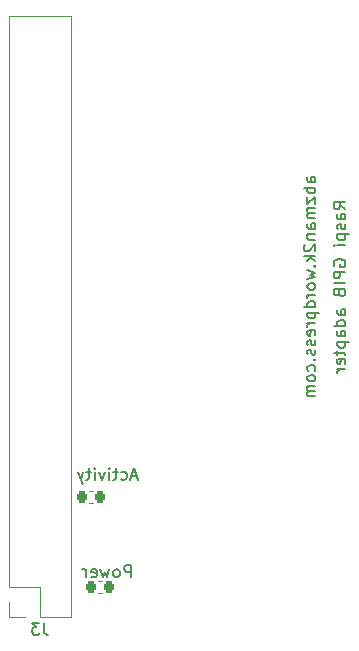
<source format=gbo>
%TF.GenerationSoftware,KiCad,Pcbnew,(6.0.0)*%
%TF.CreationDate,2022-08-18T22:07:18-04:00*%
%TF.ProjectId,gpib breakout,67706962-2062-4726-9561-6b6f75742e6b,rev?*%
%TF.SameCoordinates,Original*%
%TF.FileFunction,Legend,Bot*%
%TF.FilePolarity,Positive*%
%FSLAX46Y46*%
G04 Gerber Fmt 4.6, Leading zero omitted, Abs format (unit mm)*
G04 Created by KiCad (PCBNEW (6.0.0)) date 2022-08-18 22:07:18*
%MOMM*%
%LPD*%
G01*
G04 APERTURE LIST*
G04 Aperture macros list*
%AMRoundRect*
0 Rectangle with rounded corners*
0 $1 Rounding radius*
0 $2 $3 $4 $5 $6 $7 $8 $9 X,Y pos of 4 corners*
0 Add a 4 corners polygon primitive as box body*
4,1,4,$2,$3,$4,$5,$6,$7,$8,$9,$2,$3,0*
0 Add four circle primitives for the rounded corners*
1,1,$1+$1,$2,$3*
1,1,$1+$1,$4,$5*
1,1,$1+$1,$6,$7*
1,1,$1+$1,$8,$9*
0 Add four rect primitives between the rounded corners*
20,1,$1+$1,$2,$3,$4,$5,0*
20,1,$1+$1,$4,$5,$6,$7,0*
20,1,$1+$1,$6,$7,$8,$9,0*
20,1,$1+$1,$8,$9,$2,$3,0*%
G04 Aperture macros list end*
%ADD10C,0.150000*%
%ADD11C,0.120000*%
%ADD12C,2.700000*%
%ADD13R,5.000000X2.000000*%
%ADD14R,1.600000X1.600000*%
%ADD15O,1.600000X1.600000*%
%ADD16C,1.500000*%
%ADD17R,1.500000X1.500000*%
%ADD18C,4.650000*%
%ADD19R,1.700000X1.700000*%
%ADD20O,1.700000X1.700000*%
%ADD21RoundRect,0.225000X0.225000X0.250000X-0.225000X0.250000X-0.225000X-0.250000X0.225000X-0.250000X0*%
G04 APERTURE END LIST*
D10*
X225242380Y-86138571D02*
X224766190Y-85805238D01*
X225242380Y-85567142D02*
X224242380Y-85567142D01*
X224242380Y-85948095D01*
X224290000Y-86043333D01*
X224337619Y-86090952D01*
X224432857Y-86138571D01*
X224575714Y-86138571D01*
X224670952Y-86090952D01*
X224718571Y-86043333D01*
X224766190Y-85948095D01*
X224766190Y-85567142D01*
X225242380Y-86995714D02*
X224718571Y-86995714D01*
X224623333Y-86948095D01*
X224575714Y-86852857D01*
X224575714Y-86662380D01*
X224623333Y-86567142D01*
X225194761Y-86995714D02*
X225242380Y-86900476D01*
X225242380Y-86662380D01*
X225194761Y-86567142D01*
X225099523Y-86519523D01*
X225004285Y-86519523D01*
X224909047Y-86567142D01*
X224861428Y-86662380D01*
X224861428Y-86900476D01*
X224813809Y-86995714D01*
X225194761Y-87424285D02*
X225242380Y-87519523D01*
X225242380Y-87710000D01*
X225194761Y-87805238D01*
X225099523Y-87852857D01*
X225051904Y-87852857D01*
X224956666Y-87805238D01*
X224909047Y-87710000D01*
X224909047Y-87567142D01*
X224861428Y-87471904D01*
X224766190Y-87424285D01*
X224718571Y-87424285D01*
X224623333Y-87471904D01*
X224575714Y-87567142D01*
X224575714Y-87710000D01*
X224623333Y-87805238D01*
X224575714Y-88281428D02*
X225575714Y-88281428D01*
X224623333Y-88281428D02*
X224575714Y-88376666D01*
X224575714Y-88567142D01*
X224623333Y-88662380D01*
X224670952Y-88710000D01*
X224766190Y-88757619D01*
X225051904Y-88757619D01*
X225147142Y-88710000D01*
X225194761Y-88662380D01*
X225242380Y-88567142D01*
X225242380Y-88376666D01*
X225194761Y-88281428D01*
X225242380Y-89186190D02*
X224575714Y-89186190D01*
X224242380Y-89186190D02*
X224290000Y-89138571D01*
X224337619Y-89186190D01*
X224290000Y-89233809D01*
X224242380Y-89186190D01*
X224337619Y-89186190D01*
X224290000Y-90948095D02*
X224242380Y-90852857D01*
X224242380Y-90710000D01*
X224290000Y-90567142D01*
X224385238Y-90471904D01*
X224480476Y-90424285D01*
X224670952Y-90376666D01*
X224813809Y-90376666D01*
X225004285Y-90424285D01*
X225099523Y-90471904D01*
X225194761Y-90567142D01*
X225242380Y-90710000D01*
X225242380Y-90805238D01*
X225194761Y-90948095D01*
X225147142Y-90995714D01*
X224813809Y-90995714D01*
X224813809Y-90805238D01*
X225242380Y-91424285D02*
X224242380Y-91424285D01*
X224242380Y-91805238D01*
X224290000Y-91900476D01*
X224337619Y-91948095D01*
X224432857Y-91995714D01*
X224575714Y-91995714D01*
X224670952Y-91948095D01*
X224718571Y-91900476D01*
X224766190Y-91805238D01*
X224766190Y-91424285D01*
X225242380Y-92424285D02*
X224242380Y-92424285D01*
X224718571Y-93233809D02*
X224766190Y-93376666D01*
X224813809Y-93424285D01*
X224909047Y-93471904D01*
X225051904Y-93471904D01*
X225147142Y-93424285D01*
X225194761Y-93376666D01*
X225242380Y-93281428D01*
X225242380Y-92900476D01*
X224242380Y-92900476D01*
X224242380Y-93233809D01*
X224290000Y-93329047D01*
X224337619Y-93376666D01*
X224432857Y-93424285D01*
X224528095Y-93424285D01*
X224623333Y-93376666D01*
X224670952Y-93329047D01*
X224718571Y-93233809D01*
X224718571Y-92900476D01*
X225242380Y-95090952D02*
X224718571Y-95090952D01*
X224623333Y-95043333D01*
X224575714Y-94948095D01*
X224575714Y-94757619D01*
X224623333Y-94662380D01*
X225194761Y-95090952D02*
X225242380Y-94995714D01*
X225242380Y-94757619D01*
X225194761Y-94662380D01*
X225099523Y-94614761D01*
X225004285Y-94614761D01*
X224909047Y-94662380D01*
X224861428Y-94757619D01*
X224861428Y-94995714D01*
X224813809Y-95090952D01*
X225242380Y-95995714D02*
X224242380Y-95995714D01*
X225194761Y-95995714D02*
X225242380Y-95900476D01*
X225242380Y-95710000D01*
X225194761Y-95614761D01*
X225147142Y-95567142D01*
X225051904Y-95519523D01*
X224766190Y-95519523D01*
X224670952Y-95567142D01*
X224623333Y-95614761D01*
X224575714Y-95710000D01*
X224575714Y-95900476D01*
X224623333Y-95995714D01*
X225242380Y-96900476D02*
X224718571Y-96900476D01*
X224623333Y-96852857D01*
X224575714Y-96757619D01*
X224575714Y-96567142D01*
X224623333Y-96471904D01*
X225194761Y-96900476D02*
X225242380Y-96805238D01*
X225242380Y-96567142D01*
X225194761Y-96471904D01*
X225099523Y-96424285D01*
X225004285Y-96424285D01*
X224909047Y-96471904D01*
X224861428Y-96567142D01*
X224861428Y-96805238D01*
X224813809Y-96900476D01*
X224575714Y-97376666D02*
X225575714Y-97376666D01*
X224623333Y-97376666D02*
X224575714Y-97471904D01*
X224575714Y-97662380D01*
X224623333Y-97757619D01*
X224670952Y-97805238D01*
X224766190Y-97852857D01*
X225051904Y-97852857D01*
X225147142Y-97805238D01*
X225194761Y-97757619D01*
X225242380Y-97662380D01*
X225242380Y-97471904D01*
X225194761Y-97376666D01*
X224575714Y-98138571D02*
X224575714Y-98519523D01*
X224242380Y-98281428D02*
X225099523Y-98281428D01*
X225194761Y-98329047D01*
X225242380Y-98424285D01*
X225242380Y-98519523D01*
X225194761Y-99233809D02*
X225242380Y-99138571D01*
X225242380Y-98948095D01*
X225194761Y-98852857D01*
X225099523Y-98805238D01*
X224718571Y-98805238D01*
X224623333Y-98852857D01*
X224575714Y-98948095D01*
X224575714Y-99138571D01*
X224623333Y-99233809D01*
X224718571Y-99281428D01*
X224813809Y-99281428D01*
X224909047Y-98805238D01*
X225242380Y-99710000D02*
X224575714Y-99710000D01*
X224766190Y-99710000D02*
X224670952Y-99757619D01*
X224623333Y-99805238D01*
X224575714Y-99900476D01*
X224575714Y-99995714D01*
X222702380Y-83852857D02*
X222178571Y-83852857D01*
X222083333Y-83805238D01*
X222035714Y-83710000D01*
X222035714Y-83519523D01*
X222083333Y-83424285D01*
X222654761Y-83852857D02*
X222702380Y-83757619D01*
X222702380Y-83519523D01*
X222654761Y-83424285D01*
X222559523Y-83376666D01*
X222464285Y-83376666D01*
X222369047Y-83424285D01*
X222321428Y-83519523D01*
X222321428Y-83757619D01*
X222273809Y-83852857D01*
X222702380Y-84329047D02*
X221702380Y-84329047D01*
X222083333Y-84329047D02*
X222035714Y-84424285D01*
X222035714Y-84614761D01*
X222083333Y-84710000D01*
X222130952Y-84757619D01*
X222226190Y-84805238D01*
X222511904Y-84805238D01*
X222607142Y-84757619D01*
X222654761Y-84710000D01*
X222702380Y-84614761D01*
X222702380Y-84424285D01*
X222654761Y-84329047D01*
X222035714Y-85138571D02*
X222035714Y-85662380D01*
X222702380Y-85138571D01*
X222702380Y-85662380D01*
X222702380Y-86043333D02*
X222035714Y-86043333D01*
X222130952Y-86043333D02*
X222083333Y-86090952D01*
X222035714Y-86186190D01*
X222035714Y-86329047D01*
X222083333Y-86424285D01*
X222178571Y-86471904D01*
X222702380Y-86471904D01*
X222178571Y-86471904D02*
X222083333Y-86519523D01*
X222035714Y-86614761D01*
X222035714Y-86757619D01*
X222083333Y-86852857D01*
X222178571Y-86900476D01*
X222702380Y-86900476D01*
X222702380Y-87805238D02*
X222178571Y-87805238D01*
X222083333Y-87757619D01*
X222035714Y-87662380D01*
X222035714Y-87471904D01*
X222083333Y-87376666D01*
X222654761Y-87805238D02*
X222702380Y-87710000D01*
X222702380Y-87471904D01*
X222654761Y-87376666D01*
X222559523Y-87329047D01*
X222464285Y-87329047D01*
X222369047Y-87376666D01*
X222321428Y-87471904D01*
X222321428Y-87710000D01*
X222273809Y-87805238D01*
X222035714Y-88281428D02*
X222702380Y-88281428D01*
X222130952Y-88281428D02*
X222083333Y-88329047D01*
X222035714Y-88424285D01*
X222035714Y-88567142D01*
X222083333Y-88662380D01*
X222178571Y-88710000D01*
X222702380Y-88710000D01*
X221797619Y-89138571D02*
X221750000Y-89186190D01*
X221702380Y-89281428D01*
X221702380Y-89519523D01*
X221750000Y-89614761D01*
X221797619Y-89662380D01*
X221892857Y-89710000D01*
X221988095Y-89710000D01*
X222130952Y-89662380D01*
X222702380Y-89090952D01*
X222702380Y-89710000D01*
X222702380Y-90138571D02*
X221702380Y-90138571D01*
X222321428Y-90233809D02*
X222702380Y-90519523D01*
X222035714Y-90519523D02*
X222416666Y-90138571D01*
X222607142Y-90948095D02*
X222654761Y-90995714D01*
X222702380Y-90948095D01*
X222654761Y-90900476D01*
X222607142Y-90948095D01*
X222702380Y-90948095D01*
X222035714Y-91329047D02*
X222702380Y-91519523D01*
X222226190Y-91710000D01*
X222702380Y-91900476D01*
X222035714Y-92090952D01*
X222702380Y-92614761D02*
X222654761Y-92519523D01*
X222607142Y-92471904D01*
X222511904Y-92424285D01*
X222226190Y-92424285D01*
X222130952Y-92471904D01*
X222083333Y-92519523D01*
X222035714Y-92614761D01*
X222035714Y-92757619D01*
X222083333Y-92852857D01*
X222130952Y-92900476D01*
X222226190Y-92948095D01*
X222511904Y-92948095D01*
X222607142Y-92900476D01*
X222654761Y-92852857D01*
X222702380Y-92757619D01*
X222702380Y-92614761D01*
X222702380Y-93376666D02*
X222035714Y-93376666D01*
X222226190Y-93376666D02*
X222130952Y-93424285D01*
X222083333Y-93471904D01*
X222035714Y-93567142D01*
X222035714Y-93662380D01*
X222702380Y-94424285D02*
X221702380Y-94424285D01*
X222654761Y-94424285D02*
X222702380Y-94329047D01*
X222702380Y-94138571D01*
X222654761Y-94043333D01*
X222607142Y-93995714D01*
X222511904Y-93948095D01*
X222226190Y-93948095D01*
X222130952Y-93995714D01*
X222083333Y-94043333D01*
X222035714Y-94138571D01*
X222035714Y-94329047D01*
X222083333Y-94424285D01*
X222035714Y-94900476D02*
X223035714Y-94900476D01*
X222083333Y-94900476D02*
X222035714Y-94995714D01*
X222035714Y-95186190D01*
X222083333Y-95281428D01*
X222130952Y-95329047D01*
X222226190Y-95376666D01*
X222511904Y-95376666D01*
X222607142Y-95329047D01*
X222654761Y-95281428D01*
X222702380Y-95186190D01*
X222702380Y-94995714D01*
X222654761Y-94900476D01*
X222702380Y-95805238D02*
X222035714Y-95805238D01*
X222226190Y-95805238D02*
X222130952Y-95852857D01*
X222083333Y-95900476D01*
X222035714Y-95995714D01*
X222035714Y-96090952D01*
X222654761Y-96805238D02*
X222702380Y-96710000D01*
X222702380Y-96519523D01*
X222654761Y-96424285D01*
X222559523Y-96376666D01*
X222178571Y-96376666D01*
X222083333Y-96424285D01*
X222035714Y-96519523D01*
X222035714Y-96710000D01*
X222083333Y-96805238D01*
X222178571Y-96852857D01*
X222273809Y-96852857D01*
X222369047Y-96376666D01*
X222654761Y-97233809D02*
X222702380Y-97329047D01*
X222702380Y-97519523D01*
X222654761Y-97614761D01*
X222559523Y-97662380D01*
X222511904Y-97662380D01*
X222416666Y-97614761D01*
X222369047Y-97519523D01*
X222369047Y-97376666D01*
X222321428Y-97281428D01*
X222226190Y-97233809D01*
X222178571Y-97233809D01*
X222083333Y-97281428D01*
X222035714Y-97376666D01*
X222035714Y-97519523D01*
X222083333Y-97614761D01*
X222654761Y-98043333D02*
X222702380Y-98138571D01*
X222702380Y-98329047D01*
X222654761Y-98424285D01*
X222559523Y-98471904D01*
X222511904Y-98471904D01*
X222416666Y-98424285D01*
X222369047Y-98329047D01*
X222369047Y-98186190D01*
X222321428Y-98090952D01*
X222226190Y-98043333D01*
X222178571Y-98043333D01*
X222083333Y-98090952D01*
X222035714Y-98186190D01*
X222035714Y-98329047D01*
X222083333Y-98424285D01*
X222607142Y-98900476D02*
X222654761Y-98948095D01*
X222702380Y-98900476D01*
X222654761Y-98852857D01*
X222607142Y-98900476D01*
X222702380Y-98900476D01*
X222654761Y-99805238D02*
X222702380Y-99710000D01*
X222702380Y-99519523D01*
X222654761Y-99424285D01*
X222607142Y-99376666D01*
X222511904Y-99329047D01*
X222226190Y-99329047D01*
X222130952Y-99376666D01*
X222083333Y-99424285D01*
X222035714Y-99519523D01*
X222035714Y-99710000D01*
X222083333Y-99805238D01*
X222702380Y-100376666D02*
X222654761Y-100281428D01*
X222607142Y-100233809D01*
X222511904Y-100186190D01*
X222226190Y-100186190D01*
X222130952Y-100233809D01*
X222083333Y-100281428D01*
X222035714Y-100376666D01*
X222035714Y-100519523D01*
X222083333Y-100614761D01*
X222130952Y-100662380D01*
X222226190Y-100710000D01*
X222511904Y-100710000D01*
X222607142Y-100662380D01*
X222654761Y-100614761D01*
X222702380Y-100519523D01*
X222702380Y-100376666D01*
X222702380Y-101138571D02*
X222035714Y-101138571D01*
X222130952Y-101138571D02*
X222083333Y-101186190D01*
X222035714Y-101281428D01*
X222035714Y-101424285D01*
X222083333Y-101519523D01*
X222178571Y-101567142D01*
X222702380Y-101567142D01*
X222178571Y-101567142D02*
X222083333Y-101614761D01*
X222035714Y-101710000D01*
X222035714Y-101852857D01*
X222083333Y-101948095D01*
X222178571Y-101995714D01*
X222702380Y-101995714D01*
%TO.C,J3*%
X199718333Y-121157380D02*
X199718333Y-121871666D01*
X199765952Y-122014523D01*
X199861190Y-122109761D01*
X200004047Y-122157380D01*
X200099285Y-122157380D01*
X199337380Y-121157380D02*
X198718333Y-121157380D01*
X199051666Y-121538333D01*
X198908809Y-121538333D01*
X198813571Y-121585952D01*
X198765952Y-121633571D01*
X198718333Y-121728809D01*
X198718333Y-121966904D01*
X198765952Y-122062142D01*
X198813571Y-122109761D01*
X198908809Y-122157380D01*
X199194523Y-122157380D01*
X199289761Y-122109761D01*
X199337380Y-122062142D01*
%TO.C,D1*%
X207581190Y-108751666D02*
X207105000Y-108751666D01*
X207676428Y-109037380D02*
X207343095Y-108037380D01*
X207009761Y-109037380D01*
X206247857Y-108989761D02*
X206343095Y-109037380D01*
X206533571Y-109037380D01*
X206628809Y-108989761D01*
X206676428Y-108942142D01*
X206724047Y-108846904D01*
X206724047Y-108561190D01*
X206676428Y-108465952D01*
X206628809Y-108418333D01*
X206533571Y-108370714D01*
X206343095Y-108370714D01*
X206247857Y-108418333D01*
X205962142Y-108370714D02*
X205581190Y-108370714D01*
X205819285Y-108037380D02*
X205819285Y-108894523D01*
X205771666Y-108989761D01*
X205676428Y-109037380D01*
X205581190Y-109037380D01*
X205247857Y-109037380D02*
X205247857Y-108370714D01*
X205247857Y-108037380D02*
X205295476Y-108085000D01*
X205247857Y-108132619D01*
X205200238Y-108085000D01*
X205247857Y-108037380D01*
X205247857Y-108132619D01*
X204866904Y-108370714D02*
X204628809Y-109037380D01*
X204390714Y-108370714D01*
X204009761Y-109037380D02*
X204009761Y-108370714D01*
X204009761Y-108037380D02*
X204057380Y-108085000D01*
X204009761Y-108132619D01*
X203962142Y-108085000D01*
X204009761Y-108037380D01*
X204009761Y-108132619D01*
X203676428Y-108370714D02*
X203295476Y-108370714D01*
X203533571Y-108037380D02*
X203533571Y-108894523D01*
X203485952Y-108989761D01*
X203390714Y-109037380D01*
X203295476Y-109037380D01*
X203057380Y-108370714D02*
X202819285Y-109037380D01*
X202581190Y-108370714D02*
X202819285Y-109037380D01*
X202914523Y-109275476D01*
X202962142Y-109323095D01*
X203057380Y-109370714D01*
%TO.C,D2*%
X207081190Y-117292380D02*
X207081190Y-116292380D01*
X206700238Y-116292380D01*
X206605000Y-116340000D01*
X206557380Y-116387619D01*
X206509761Y-116482857D01*
X206509761Y-116625714D01*
X206557380Y-116720952D01*
X206605000Y-116768571D01*
X206700238Y-116816190D01*
X207081190Y-116816190D01*
X205938333Y-117292380D02*
X206033571Y-117244761D01*
X206081190Y-117197142D01*
X206128809Y-117101904D01*
X206128809Y-116816190D01*
X206081190Y-116720952D01*
X206033571Y-116673333D01*
X205938333Y-116625714D01*
X205795476Y-116625714D01*
X205700238Y-116673333D01*
X205652619Y-116720952D01*
X205605000Y-116816190D01*
X205605000Y-117101904D01*
X205652619Y-117197142D01*
X205700238Y-117244761D01*
X205795476Y-117292380D01*
X205938333Y-117292380D01*
X205271666Y-116625714D02*
X205081190Y-117292380D01*
X204890714Y-116816190D01*
X204700238Y-117292380D01*
X204509761Y-116625714D01*
X203747857Y-117244761D02*
X203843095Y-117292380D01*
X204033571Y-117292380D01*
X204128809Y-117244761D01*
X204176428Y-117149523D01*
X204176428Y-116768571D01*
X204128809Y-116673333D01*
X204033571Y-116625714D01*
X203843095Y-116625714D01*
X203747857Y-116673333D01*
X203700238Y-116768571D01*
X203700238Y-116863809D01*
X204176428Y-116959047D01*
X203271666Y-117292380D02*
X203271666Y-116625714D01*
X203271666Y-116816190D02*
X203224047Y-116720952D01*
X203176428Y-116673333D01*
X203081190Y-116625714D01*
X202985952Y-116625714D01*
D11*
%TO.C,J3*%
X196785000Y-118105000D02*
X196785000Y-69785000D01*
X196785000Y-120705000D02*
X198115000Y-120705000D01*
X196785000Y-119375000D02*
X196785000Y-120705000D01*
X201985000Y-120705000D02*
X201985000Y-69785000D01*
X199385000Y-118105000D02*
X199385000Y-120705000D01*
X199385000Y-120705000D02*
X201985000Y-120705000D01*
X196785000Y-69785000D02*
X201985000Y-69785000D01*
X196785000Y-118105000D02*
X199385000Y-118105000D01*
%TO.C,D1*%
X203835580Y-111000000D02*
X203554420Y-111000000D01*
X203835580Y-109980000D02*
X203554420Y-109980000D01*
%TO.C,D2*%
X204610580Y-118620000D02*
X204329420Y-118620000D01*
X204610580Y-117600000D02*
X204329420Y-117600000D01*
%TD*%
%LPC*%
D12*
%TO.C,REF\u002A\u002A*%
X199390000Y-66250000D03*
%TD*%
D13*
%TO.C,J1*%
X238390500Y-73575000D03*
X238400500Y-77525000D03*
X238400500Y-81485000D03*
X238400500Y-85445000D03*
X238400500Y-89405000D03*
X238400500Y-93365000D03*
X238400500Y-97325000D03*
X238400500Y-101285000D03*
X238400500Y-105245000D03*
X238400500Y-109205000D03*
X238400500Y-113165000D03*
X238400500Y-117125000D03*
%TD*%
D12*
%TO.C,REF\u002A\u002A*%
X199390000Y-124245000D03*
%TD*%
D14*
%TO.C,U2*%
X219700000Y-120645000D03*
D15*
X219700000Y-118105000D03*
X219700000Y-115565000D03*
X219700000Y-113025000D03*
X219700000Y-110485000D03*
X219700000Y-107945000D03*
X219700000Y-105405000D03*
X219700000Y-102865000D03*
X219700000Y-100325000D03*
X219700000Y-97785000D03*
X212080000Y-97785000D03*
X212080000Y-100325000D03*
X212080000Y-102865000D03*
X212080000Y-105405000D03*
X212080000Y-107945000D03*
X212080000Y-110485000D03*
X212080000Y-113025000D03*
X212080000Y-115565000D03*
X212080000Y-118105000D03*
X212080000Y-120645000D03*
%TD*%
D16*
%TO.C,J2*%
X229390000Y-84190000D03*
X229390000Y-86350000D03*
X229390000Y-88510000D03*
X229390000Y-90670000D03*
X229390000Y-92830000D03*
X229390000Y-94990000D03*
X229390000Y-97150000D03*
X229390000Y-99310000D03*
X229390000Y-101470000D03*
X229390000Y-103630000D03*
X229390000Y-105790000D03*
X229390000Y-107950000D03*
X233680000Y-84190000D03*
X233680000Y-86350000D03*
X233680000Y-88510000D03*
X233680000Y-90670000D03*
X233680000Y-92830000D03*
X233680000Y-94990000D03*
X233680000Y-97150000D03*
X233680000Y-99310000D03*
X233680000Y-101470000D03*
X233680000Y-103630000D03*
X233680000Y-105790000D03*
D17*
X233680000Y-107950000D03*
D18*
X231535000Y-119470000D03*
X231535000Y-72670000D03*
%TD*%
D14*
%TO.C,U1*%
X212100000Y-71125000D03*
D15*
X212100000Y-73665000D03*
X212100000Y-76205000D03*
X212100000Y-78745000D03*
X212100000Y-81285000D03*
X212100000Y-83825000D03*
X212100000Y-86365000D03*
X212100000Y-88905000D03*
X212100000Y-91445000D03*
X212100000Y-93985000D03*
X219720000Y-93985000D03*
X219720000Y-91445000D03*
X219720000Y-88905000D03*
X219720000Y-86365000D03*
X219720000Y-83825000D03*
X219720000Y-81285000D03*
X219720000Y-78745000D03*
X219720000Y-76205000D03*
X219720000Y-73665000D03*
X219720000Y-71125000D03*
%TD*%
D19*
%TO.C,J3*%
X198115000Y-119375000D03*
D20*
X200655000Y-119375000D03*
X198115000Y-116835000D03*
X200655000Y-116835000D03*
X198115000Y-114295000D03*
X200655000Y-114295000D03*
X198115000Y-111755000D03*
X200655000Y-111755000D03*
X198115000Y-109215000D03*
X200655000Y-109215000D03*
X198115000Y-106675000D03*
X200655000Y-106675000D03*
X198115000Y-104135000D03*
X200655000Y-104135000D03*
X198115000Y-101595000D03*
X200655000Y-101595000D03*
X198115000Y-99055000D03*
X200655000Y-99055000D03*
X198115000Y-96515000D03*
X200655000Y-96515000D03*
X198115000Y-93975000D03*
X200655000Y-93975000D03*
X198115000Y-91435000D03*
X200655000Y-91435000D03*
X198115000Y-88895000D03*
X200655000Y-88895000D03*
X198115000Y-86355000D03*
X200655000Y-86355000D03*
X198115000Y-83815000D03*
X200655000Y-83815000D03*
X198115000Y-81275000D03*
X200655000Y-81275000D03*
X198115000Y-78735000D03*
X200655000Y-78735000D03*
X198115000Y-76195000D03*
X200655000Y-76195000D03*
X198115000Y-73655000D03*
X200655000Y-73655000D03*
X198115000Y-71115000D03*
X200655000Y-71115000D03*
%TD*%
D21*
%TO.C,D1*%
X204470000Y-110490000D03*
X202920000Y-110490000D03*
%TD*%
%TO.C,D2*%
X205245000Y-118110000D03*
X203695000Y-118110000D03*
%TD*%
M02*

</source>
